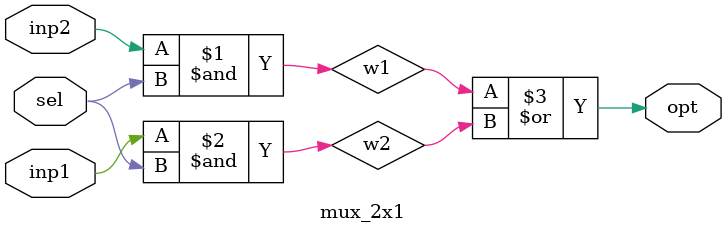
<source format=v>
module mux_2x1(inp1,inp2,sel,opt);

input inp1;
input inp2;
input sel;

wire w1;
wire w2;

output opt;

and a1(w1,inp2,sel);
and a2(w2,inp1,sel);
or o1(opt,w1,w2);

endmodule



</source>
